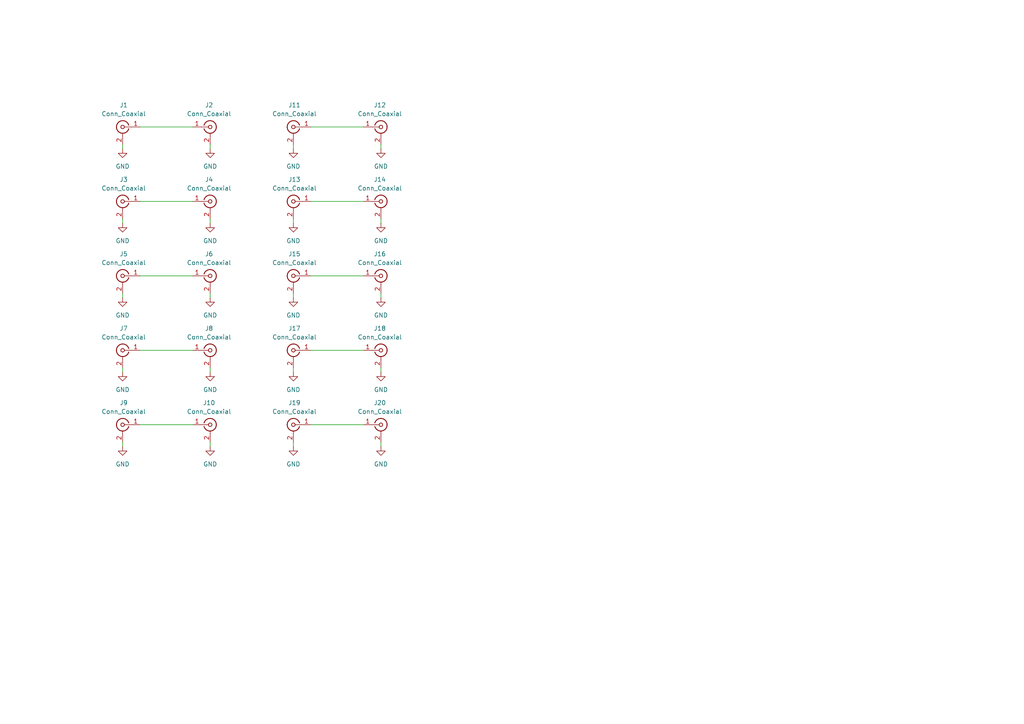
<source format=kicad_sch>
(kicad_sch (version 20231120) (generator "eeschema") (generator_version "8.0")
  (paper "A4")
  (lib_symbols
    (symbol "Connector:Conn_Coaxial" (pin_names (offset 1.016) hide)
      (property "Reference" "J" (at 0.254 3.048 0))
      (property "Value" "Conn_Coaxial" (at 2.921 0 90))
      (symbol "Conn_Coaxial_0_1"
        (arc (start -1.778 -0.508) (mid 0.2311 -1.8066) (end 1.778 0) (stroke (width 0.254)))
        (polyline (pts (xy -2.54 0) (xy -0.508 0)))
        (polyline (pts (xy 0 -2.54) (xy 0 -1.778)))
        (circle (center 0 0) (radius 0.508) (stroke (width 0.2032)))
        (arc (start 1.778 0) (mid 0.2099 1.8101) (end -1.778 0.508) (stroke (width 0.254)))
      )
      (symbol "Conn_Coaxial_1_1"
        (pin passive line (at -5.08 0 0) (length 2.54) (name "In") (number "1"))
        (pin passive line (at 0 -5.08 90) (length 2.54) (name "Ext") (number "2"))
      )
    )
    (symbol "power:GND" (power) (pin_numbers hide) (pin_names (offset 0) hide)
      (property "Value" "GND" (at 0 -3.81 0))
      (symbol "GND_0_1"
        (polyline (pts (xy 0 0) (xy 0 -1.27) (xy 1.27 -1.27) (xy 0 -2.54) (xy -1.27 -1.27) (xy 0 -1.27)))
      )
      (symbol "GND_1_1"
        (pin power_in line (at 0 0 270) (length 0) (name "~") (number "1"))
      )
    )
  )
  (wire (pts (xy 85.09 128.27) (xy 85.09 129.54)))
  (wire (pts (xy 90.17 58.42) (xy 105.41 58.42)))
  (wire (pts (xy 85.09 106.68) (xy 85.09 107.95)))
  (wire (pts (xy 90.17 123.19) (xy 105.41 123.19)))
  (wire (pts (xy 90.17 36.83) (xy 105.41 36.83)))
  (wire (pts (xy 110.49 128.27) (xy 110.49 129.54)))
  (wire (pts (xy 60.96 41.91) (xy 60.96 43.18)))
  (wire (pts (xy 35.56 85.09) (xy 35.56 86.36)))
  (wire (pts (xy 40.64 80.01) (xy 55.88 80.01)))
  (wire (pts (xy 40.64 58.42) (xy 55.88 58.42)))
  (wire (pts (xy 35.56 106.68) (xy 35.56 107.95)))
  (wire (pts (xy 35.56 128.27) (xy 35.56 129.54)))
  (wire (pts (xy 110.49 41.91) (xy 110.49 43.18)))
  (wire (pts (xy 85.09 41.91) (xy 85.09 43.18)))
  (wire (pts (xy 35.56 63.5) (xy 35.56 64.77)))
  (wire (pts (xy 60.96 106.68) (xy 60.96 107.95)))
  (wire (pts (xy 40.64 36.83) (xy 55.88 36.83)))
  (wire (pts (xy 60.96 63.5) (xy 60.96 64.77)))
  (wire (pts (xy 90.17 101.6) (xy 105.41 101.6)))
  (wire (pts (xy 110.49 106.68) (xy 110.49 107.95)))
  (wire (pts (xy 40.64 101.6) (xy 55.88 101.6)))
  (wire (pts (xy 35.56 41.91) (xy 35.56 43.18)))
  (wire (pts (xy 40.64 123.19) (xy 55.88 123.19)))
  (wire (pts (xy 90.17 80.01) (xy 105.41 80.01)))
  (wire (pts (xy 60.96 128.27) (xy 60.96 129.54)))
  (wire (pts (xy 60.96 85.09) (xy 60.96 86.36)))
  (wire (pts (xy 110.49 63.5) (xy 110.49 64.77)))
  (wire (pts (xy 85.09 63.5) (xy 85.09 64.77)))
  (wire (pts (xy 85.09 85.09) (xy 85.09 86.36)))
  (wire (pts (xy 110.49 85.09) (xy 110.49 86.36)))
  (symbol (lib_id "power:GND") (at 35.56 129.54 0) (unit 1)
    (property "Reference" "#PWR09" (effects (hide yes)))
    (property "Value" "GND" (at 35.56 134.62 0))
    (property "Description" "Power symbol creates a global label with name \"GND\" , ground" (effects (hide yes)))
  )
  (symbol (lib_id "power:GND") (at 60.96 43.18 0) (unit 1)
    (property "Reference" "#PWR02" (effects (hide yes)))
    (property "Value" "GND" (at 60.96 48.26 0))
    (property "Description" "Power symbol creates a global label with name \"GND\" , ground" (effects (hide yes)))
  )
  (symbol (lib_id "power:GND") (at 110.49 86.36 0) (unit 1)
    (property "Reference" "#PWR016" (effects (hide yes)))
    (property "Value" "GND" (at 110.49 91.44 0))
    (property "Description" "Power symbol creates a global label with name \"GND\" , ground" (effects (hide yes)))
  )
  (symbol (lib_id "Connector:Conn_Coaxial") (at 60.96 58.42 0) (unit 1)
    (property "Reference" "J4" (at 60.6426 52.07 0))
    (property "Value" "Conn_Coaxial" (at 60.6426 54.61 0))
    (property "Description" "coaxial connector (BNC, SMA, SMB, SMC, Cinch/RCA, LEMO, ...)" (effects (hide yes)))
  )
  (symbol (lib_id "Connector:Conn_Coaxial") (at 110.49 36.83 0) (unit 1)
    (property "Reference" "J12" (at 110.1726 30.48 0))
    (property "Value" "Conn_Coaxial" (at 110.1726 33.02 0))
    (property "Description" "coaxial connector (BNC, SMA, SMB, SMC, Cinch/RCA, LEMO, ...)" (effects (hide yes)))
  )
  (symbol (lib_id "Connector:Conn_Coaxial") (at 85.09 58.42 0) (mirror y) (unit 1)
    (property "Reference" "J13" (at 85.4074 52.07 0))
    (property "Value" "Conn_Coaxial" (at 85.4074 54.61 0))
    (property "Description" "coaxial connector (BNC, SMA, SMB, SMC, Cinch/RCA, LEMO, ...)" (effects (hide yes)))
  )
  (symbol (lib_id "Connector:Conn_Coaxial") (at 85.09 36.83 0) (mirror y) (unit 1)
    (property "Reference" "J11" (at 85.4074 30.48 0))
    (property "Value" "Conn_Coaxial" (at 85.4074 33.02 0))
    (property "Description" "coaxial connector (BNC, SMA, SMB, SMC, Cinch/RCA, LEMO, ...)" (effects (hide yes)))
  )
  (symbol (lib_id "power:GND") (at 35.56 43.18 0) (unit 1)
    (property "Reference" "#PWR01" (effects (hide yes)))
    (property "Value" "GND" (at 35.56 48.26 0))
    (property "Description" "Power symbol creates a global label with name \"GND\" , ground" (effects (hide yes)))
  )
  (symbol (lib_id "Connector:Conn_Coaxial") (at 35.56 123.19 0) (mirror y) (unit 1)
    (property "Reference" "J9" (at 35.8774 116.84 0))
    (property "Value" "Conn_Coaxial" (at 35.8774 119.38 0))
    (property "Description" "coaxial connector (BNC, SMA, SMB, SMC, Cinch/RCA, LEMO, ...)" (effects (hide yes)))
  )
  (symbol (lib_id "power:GND") (at 85.09 86.36 0) (unit 1)
    (property "Reference" "#PWR015" (effects (hide yes)))
    (property "Value" "GND" (at 85.09 91.44 0))
    (property "Description" "Power symbol creates a global label with name \"GND\" , ground" (effects (hide yes)))
  )
  (symbol (lib_id "Connector:Conn_Coaxial") (at 60.96 36.83 0) (unit 1)
    (property "Reference" "J2" (at 60.6426 30.48 0))
    (property "Value" "Conn_Coaxial" (at 60.6426 33.02 0))
    (property "Description" "coaxial connector (BNC, SMA, SMB, SMC, Cinch/RCA, LEMO, ...)" (effects (hide yes)))
  )
  (symbol (lib_id "Connector:Conn_Coaxial") (at 85.09 80.01 0) (mirror y) (unit 1)
    (property "Reference" "J15" (at 85.4074 73.66 0))
    (property "Value" "Conn_Coaxial" (at 85.4074 76.2 0))
    (property "Description" "coaxial connector (BNC, SMA, SMB, SMC, Cinch/RCA, LEMO, ...)" (effects (hide yes)))
  )
  (symbol (lib_id "power:GND") (at 110.49 43.18 0) (unit 1)
    (property "Reference" "#PWR012" (effects (hide yes)))
    (property "Value" "GND" (at 110.49 48.26 0))
    (property "Description" "Power symbol creates a global label with name \"GND\" , ground" (effects (hide yes)))
  )
  (symbol (lib_id "power:GND") (at 85.09 64.77 0) (unit 1)
    (property "Reference" "#PWR013" (effects (hide yes)))
    (property "Value" "GND" (at 85.09 69.85 0))
    (property "Description" "Power symbol creates a global label with name \"GND\" , ground" (effects (hide yes)))
  )
  (symbol (lib_id "power:GND") (at 35.56 86.36 0) (unit 1)
    (property "Reference" "#PWR05" (effects (hide yes)))
    (property "Value" "GND" (at 35.56 91.44 0))
    (property "Description" "Power symbol creates a global label with name \"GND\" , ground" (effects (hide yes)))
  )
  (symbol (lib_id "power:GND") (at 110.49 129.54 0) (unit 1)
    (property "Reference" "#PWR020" (effects (hide yes)))
    (property "Value" "GND" (at 110.49 134.62 0))
    (property "Description" "Power symbol creates a global label with name \"GND\" , ground" (effects (hide yes)))
  )
  (symbol (lib_id "power:GND") (at 85.09 107.95 0) (unit 1)
    (property "Reference" "#PWR017" (effects (hide yes)))
    (property "Value" "GND" (at 85.09 113.03 0))
    (property "Description" "Power symbol creates a global label with name \"GND\" , ground" (effects (hide yes)))
  )
  (symbol (lib_id "Connector:Conn_Coaxial") (at 60.96 80.01 0) (unit 1)
    (property "Reference" "J6" (at 60.6426 73.66 0))
    (property "Value" "Conn_Coaxial" (at 60.6426 76.2 0))
    (property "Description" "coaxial connector (BNC, SMA, SMB, SMC, Cinch/RCA, LEMO, ...)" (effects (hide yes)))
  )
  (symbol (lib_id "Connector:Conn_Coaxial") (at 85.09 123.19 0) (mirror y) (unit 1)
    (property "Reference" "J19" (at 85.4074 116.84 0))
    (property "Value" "Conn_Coaxial" (at 85.4074 119.38 0))
    (property "Description" "coaxial connector (BNC, SMA, SMB, SMC, Cinch/RCA, LEMO, ...)" (effects (hide yes)))
  )
  (symbol (lib_id "power:GND") (at 110.49 107.95 0) (unit 1)
    (property "Reference" "#PWR018" (effects (hide yes)))
    (property "Value" "GND" (at 110.49 113.03 0))
    (property "Description" "Power symbol creates a global label with name \"GND\" , ground" (effects (hide yes)))
  )
  (symbol (lib_id "Connector:Conn_Coaxial") (at 35.56 36.83 0) (mirror y) (unit 1)
    (property "Reference" "J1" (at 35.8774 30.48 0))
    (property "Value" "Conn_Coaxial" (at 35.8774 33.02 0))
    (property "Description" "coaxial connector (BNC, SMA, SMB, SMC, Cinch/RCA, LEMO, ...)" (effects (hide yes)))
  )
  (symbol (lib_id "power:GND") (at 60.96 129.54 0) (unit 1)
    (property "Reference" "#PWR010" (effects (hide yes)))
    (property "Value" "GND" (at 60.96 134.62 0))
    (property "Description" "Power symbol creates a global label with name \"GND\" , ground" (effects (hide yes)))
  )
  (symbol (lib_id "Connector:Conn_Coaxial") (at 110.49 58.42 0) (unit 1)
    (property "Reference" "J14" (at 110.1726 52.07 0))
    (property "Value" "Conn_Coaxial" (at 110.1726 54.61 0))
    (property "Description" "coaxial connector (BNC, SMA, SMB, SMC, Cinch/RCA, LEMO, ...)" (effects (hide yes)))
  )
  (symbol (lib_id "power:GND") (at 60.96 64.77 0) (unit 1)
    (property "Reference" "#PWR04" (effects (hide yes)))
    (property "Value" "GND" (at 60.96 69.85 0))
    (property "Description" "Power symbol creates a global label with name \"GND\" , ground" (effects (hide yes)))
  )
  (symbol (lib_id "Connector:Conn_Coaxial") (at 60.96 123.19 0) (unit 1)
    (property "Reference" "J10" (at 60.6426 116.84 0))
    (property "Value" "Conn_Coaxial" (at 60.6426 119.38 0))
    (property "Description" "coaxial connector (BNC, SMA, SMB, SMC, Cinch/RCA, LEMO, ...)" (effects (hide yes)))
  )
  (symbol (lib_id "Connector:Conn_Coaxial") (at 110.49 123.19 0) (unit 1)
    (property "Reference" "J20" (at 110.1726 116.84 0))
    (property "Value" "Conn_Coaxial" (at 110.1726 119.38 0))
    (property "Description" "coaxial connector (BNC, SMA, SMB, SMC, Cinch/RCA, LEMO, ...)" (effects (hide yes)))
  )
  (symbol (lib_id "power:GND") (at 35.56 64.77 0) (unit 1)
    (property "Reference" "#PWR03" (effects (hide yes)))
    (property "Value" "GND" (at 35.56 69.85 0))
    (property "Description" "Power symbol creates a global label with name \"GND\" , ground" (effects (hide yes)))
  )
  (symbol (lib_id "Connector:Conn_Coaxial") (at 35.56 101.6 0) (mirror y) (unit 1)
    (property "Reference" "J7" (at 35.8774 95.25 0))
    (property "Value" "Conn_Coaxial" (at 35.8774 97.79 0))
    (property "Description" "coaxial connector (BNC, SMA, SMB, SMC, Cinch/RCA, LEMO, ...)" (effects (hide yes)))
  )
  (symbol (lib_id "Connector:Conn_Coaxial") (at 110.49 80.01 0) (unit 1)
    (property "Reference" "J16" (at 110.1726 73.66 0))
    (property "Value" "Conn_Coaxial" (at 110.1726 76.2 0))
    (property "Description" "coaxial connector (BNC, SMA, SMB, SMC, Cinch/RCA, LEMO, ...)" (effects (hide yes)))
  )
  (symbol (lib_id "power:GND") (at 110.49 64.77 0) (unit 1)
    (property "Reference" "#PWR014" (effects (hide yes)))
    (property "Value" "GND" (at 110.49 69.85 0))
    (property "Description" "Power symbol creates a global label with name \"GND\" , ground" (effects (hide yes)))
  )
  (symbol (lib_id "power:GND") (at 35.56 107.95 0) (unit 1)
    (property "Reference" "#PWR07" (effects (hide yes)))
    (property "Value" "GND" (at 35.56 113.03 0))
    (property "Description" "Power symbol creates a global label with name \"GND\" , ground" (effects (hide yes)))
  )
  (symbol (lib_id "power:GND") (at 85.09 43.18 0) (unit 1)
    (property "Reference" "#PWR011" (effects (hide yes)))
    (property "Value" "GND" (at 85.09 48.26 0))
    (property "Description" "Power symbol creates a global label with name \"GND\" , ground" (effects (hide yes)))
  )
  (symbol (lib_id "power:GND") (at 60.96 86.36 0) (unit 1)
    (property "Reference" "#PWR06" (effects (hide yes)))
    (property "Value" "GND" (at 60.96 91.44 0))
    (property "Description" "Power symbol creates a global label with name \"GND\" , ground" (effects (hide yes)))
  )
  (symbol (lib_id "Connector:Conn_Coaxial") (at 60.96 101.6 0) (unit 1)
    (property "Reference" "J8" (at 60.6426 95.25 0))
    (property "Value" "Conn_Coaxial" (at 60.6426 97.79 0))
    (property "Description" "coaxial connector (BNC, SMA, SMB, SMC, Cinch/RCA, LEMO, ...)" (effects (hide yes)))
  )
  (symbol (lib_id "Connector:Conn_Coaxial") (at 85.09 101.6 0) (mirror y) (unit 1)
    (property "Reference" "J17" (at 85.4074 95.25 0))
    (property "Value" "Conn_Coaxial" (at 85.4074 97.79 0))
    (property "Description" "coaxial connector (BNC, SMA, SMB, SMC, Cinch/RCA, LEMO, ...)" (effects (hide yes)))
  )
  (symbol (lib_id "power:GND") (at 85.09 129.54 0) (unit 1)
    (property "Reference" "#PWR019" (effects (hide yes)))
    (property "Value" "GND" (at 85.09 134.62 0))
    (property "Description" "Power symbol creates a global label with name \"GND\" , ground" (effects (hide yes)))
  )
  (symbol (lib_id "Connector:Conn_Coaxial") (at 110.49 101.6 0) (unit 1)
    (property "Reference" "J18" (at 110.1726 95.25 0))
    (property "Value" "Conn_Coaxial" (at 110.1726 97.79 0))
    (property "Description" "coaxial connector (BNC, SMA, SMB, SMC, Cinch/RCA, LEMO, ...)" (effects (hide yes)))
  )
  (symbol (lib_id "Connector:Conn_Coaxial") (at 35.56 80.01 0) (mirror y) (unit 1)
    (property "Reference" "J5" (at 35.8774 73.66 0))
    (property "Value" "Conn_Coaxial" (at 35.8774 76.2 0))
    (property "Description" "coaxial connector (BNC, SMA, SMB, SMC, Cinch/RCA, LEMO, ...)" (effects (hide yes)))
  )
  (symbol (lib_id "power:GND") (at 60.96 107.95 0) (unit 1)
    (property "Reference" "#PWR08" (effects (hide yes)))
    (property "Value" "GND" (at 60.96 113.03 0))
    (property "Description" "Power symbol creates a global label with name \"GND\" , ground" (effects (hide yes)))
  )
  (symbol (lib_id "Connector:Conn_Coaxial") (at 35.56 58.42 0) (mirror y) (unit 1)
    (property "Reference" "J3" (at 35.8774 52.07 0))
    (property "Value" "Conn_Coaxial" (at 35.8774 54.61 0))
    (property "Description" "coaxial connector (BNC, SMA, SMB, SMC, Cinch/RCA, LEMO, ...)" (effects (hide yes)))
  )
)
</source>
